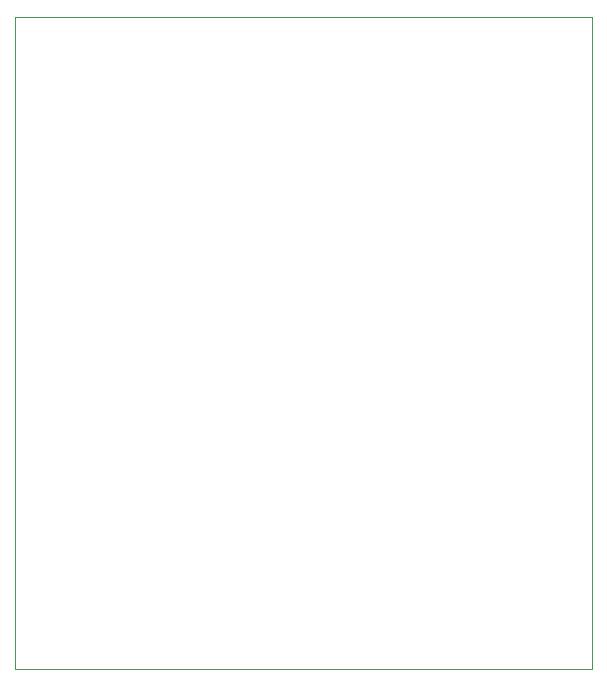
<source format=gbr>
%TF.GenerationSoftware,KiCad,Pcbnew,(5.1.9)-1*%
%TF.CreationDate,2021-03-16T13:01:06+03:00*%
%TF.ProjectId,VedgaZigBee,56656467-615a-4696-9742-65652e6b6963,rev?*%
%TF.SameCoordinates,Original*%
%TF.FileFunction,Profile,NP*%
%FSLAX46Y46*%
G04 Gerber Fmt 4.6, Leading zero omitted, Abs format (unit mm)*
G04 Created by KiCad (PCBNEW (5.1.9)-1) date 2021-03-16 13:01:06*
%MOMM*%
%LPD*%
G01*
G04 APERTURE LIST*
%TA.AperFunction,Profile*%
%ADD10C,0.050000*%
%TD*%
G04 APERTURE END LIST*
D10*
X87630000Y-88265000D02*
X136525000Y-88265000D01*
X136525000Y-143510000D02*
X87630000Y-143510000D01*
X136525000Y-88265000D02*
X136525000Y-143510000D01*
X87630000Y-88265000D02*
X87630000Y-143510000D01*
M02*

</source>
